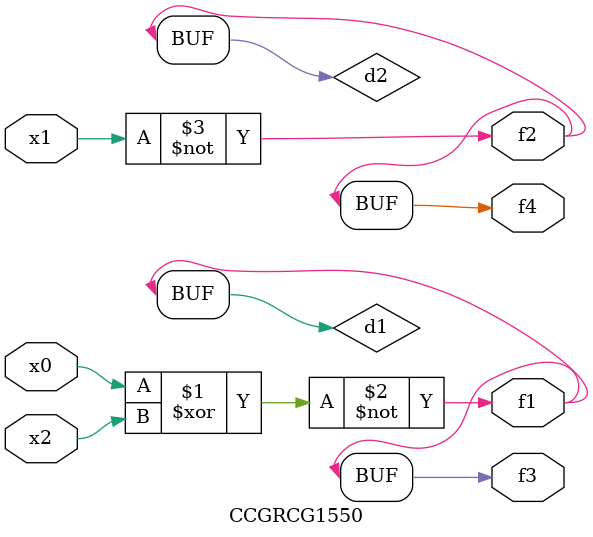
<source format=v>
module CCGRCG1550(
	input x0, x1, x2,
	output f1, f2, f3, f4
);

	wire d1, d2, d3;

	xnor (d1, x0, x2);
	nand (d2, x1);
	nor (d3, x1, x2);
	assign f1 = d1;
	assign f2 = d2;
	assign f3 = d1;
	assign f4 = d2;
endmodule

</source>
